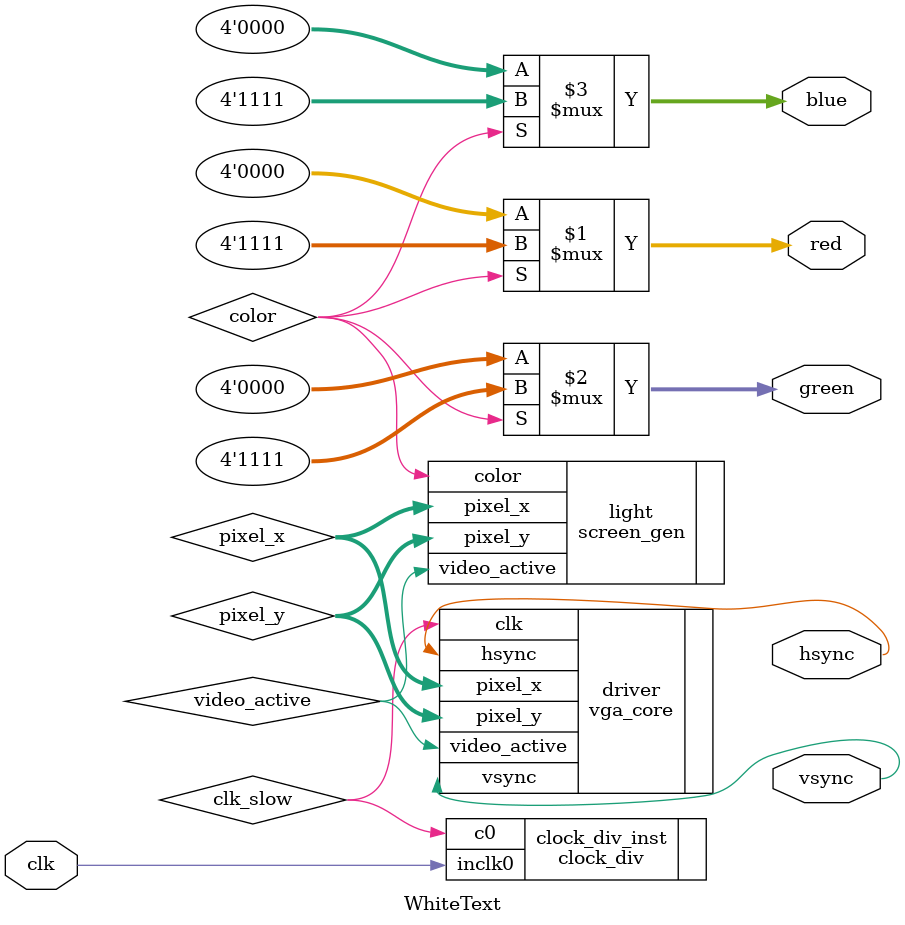
<source format=v>
module WhiteText
(
	input clk,
	output [3:0] red,
	output [3:0] green,
	output [3:0] blue,
	output hsync,
	output vsync
);


wire clk_slow;
wire video_active;
wire [9:0] pixel_x;
wire [9:0] pixel_y;
wire color;

assign red = (color) ? 4'b1111 : 4'b0000;
assign green = (color) ? 4'b1111 : 4'b0000;
assign blue = (color) ? 4'b1111 : 4'b0000;

clock_div clock_div_inst 
(
	.inclk0(clk),
	.c0(clk_slow)
);

vga_core driver
(
	.clk(clk_slow),
	.hsync(hsync),
	.vsync(vsync),
	.video_active(video_active),
	.pixel_x(pixel_x),
	.pixel_y(pixel_y)
);

screen_gen light
(
	.video_active(video_active),
	.pixel_x(pixel_x),
	.pixel_y(pixel_y),
	.color(color)
);

endmodule



</source>
